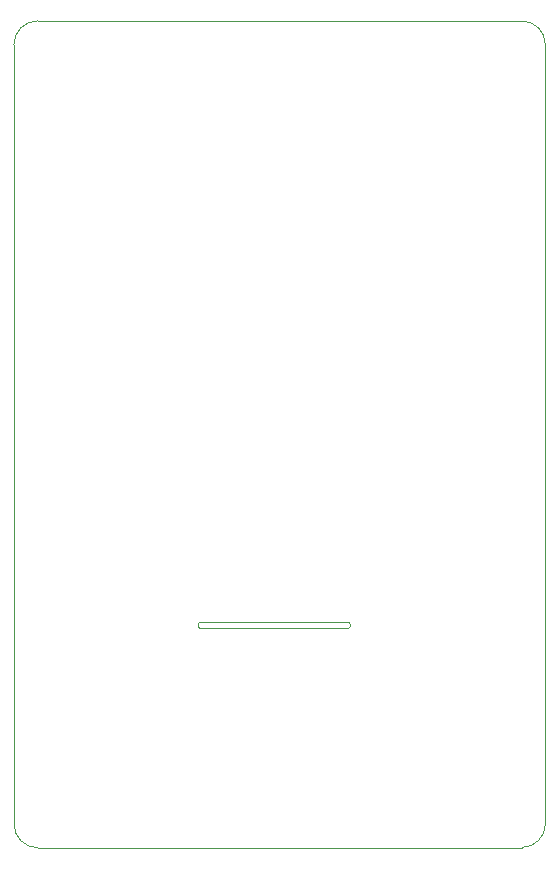
<source format=gbr>
%TF.GenerationSoftware,KiCad,Pcbnew,(6.0.2)*%
%TF.CreationDate,2022-08-25T15:18:49+08:00*%
%TF.ProjectId,ESP32S3_LCD_Card,45535033-3253-4335-9f4c-43445f436172,rev?*%
%TF.SameCoordinates,Original*%
%TF.FileFunction,Profile,NP*%
%FSLAX46Y46*%
G04 Gerber Fmt 4.6, Leading zero omitted, Abs format (unit mm)*
G04 Created by KiCad (PCBNEW (6.0.2)) date 2022-08-25 15:18:49*
%MOMM*%
%LPD*%
G01*
G04 APERTURE LIST*
%TA.AperFunction,Profile*%
%ADD10C,0.100000*%
%TD*%
%TA.AperFunction,Profile*%
%ADD11C,0.120000*%
%TD*%
G04 APERTURE END LIST*
D10*
X117986822Y-142000000D02*
X117986822Y-76012991D01*
X162986822Y-76012991D02*
X162986822Y-142000000D01*
X161000000Y-144000000D02*
X120000000Y-144012991D01*
X119986822Y-74012991D02*
X160986822Y-74012991D01*
X162986822Y-76012991D02*
G75*
G03*
X160986822Y-74012991I-1999999J1D01*
G01*
X161000000Y-143986822D02*
G75*
G03*
X162986822Y-142000000I-1J1986823D01*
G01*
X119986822Y-74012991D02*
G75*
G03*
X117986822Y-76012991I-1J-1999999D01*
G01*
X117987009Y-142000000D02*
G75*
G03*
X120000000Y-144012991I2012990J-1D01*
G01*
D11*
%TO.C,GC9A1*%
X146186822Y-124896447D02*
X133786822Y-124896447D01*
X146394822Y-125285447D02*
X146417822Y-125242447D01*
X146394822Y-125007447D02*
X146363822Y-124969447D01*
X146235822Y-125391447D02*
X146282822Y-125377447D01*
X146363822Y-124969447D02*
X146325822Y-124938447D01*
X133541822Y-125195447D02*
X133555822Y-125242447D01*
X133737822Y-124901447D02*
X133690822Y-124915447D01*
X146325822Y-124938447D02*
X146282822Y-124915447D01*
X133690822Y-124915447D02*
X133647822Y-124938447D01*
X133647822Y-124938447D02*
X133609822Y-124969447D01*
X146282822Y-125377447D02*
X146325822Y-125354447D01*
X133536822Y-125146447D02*
X133541822Y-125195447D01*
X146431822Y-125195447D02*
X146436822Y-125146447D01*
X133690822Y-125377447D02*
X133737822Y-125391447D01*
X146417822Y-125242447D02*
X146431822Y-125195447D01*
X146235822Y-124901447D02*
X146186822Y-124896447D01*
X133647822Y-125354447D02*
X133690822Y-125377447D01*
X133578822Y-125007447D02*
X133555822Y-125050447D01*
X133541822Y-125097447D02*
X133536822Y-125146447D01*
X133737822Y-125391447D02*
X133786822Y-125396447D01*
X146436822Y-125146447D02*
X146431822Y-125097447D01*
X146417822Y-125050447D02*
X146394822Y-125007447D01*
X133555822Y-125242447D02*
X133578822Y-125285447D01*
X133578822Y-125285447D02*
X133609822Y-125323447D01*
X133555822Y-125050447D02*
X133541822Y-125097447D01*
X146363822Y-125323447D02*
X146394822Y-125285447D01*
X133609822Y-124969447D02*
X133578822Y-125007447D01*
X146186822Y-125396447D02*
X146235822Y-125391447D01*
X133609822Y-125323447D02*
X133647822Y-125354447D01*
X133786822Y-124896447D02*
X133737822Y-124901447D01*
X146431822Y-125097447D02*
X146417822Y-125050447D01*
X146186822Y-124896447D02*
X146186822Y-124896447D01*
X146282822Y-124915447D02*
X146235822Y-124901447D01*
X133786822Y-125396447D02*
X146186822Y-125396447D01*
X146325822Y-125354447D02*
X146363822Y-125323447D01*
%TD*%
M02*

</source>
